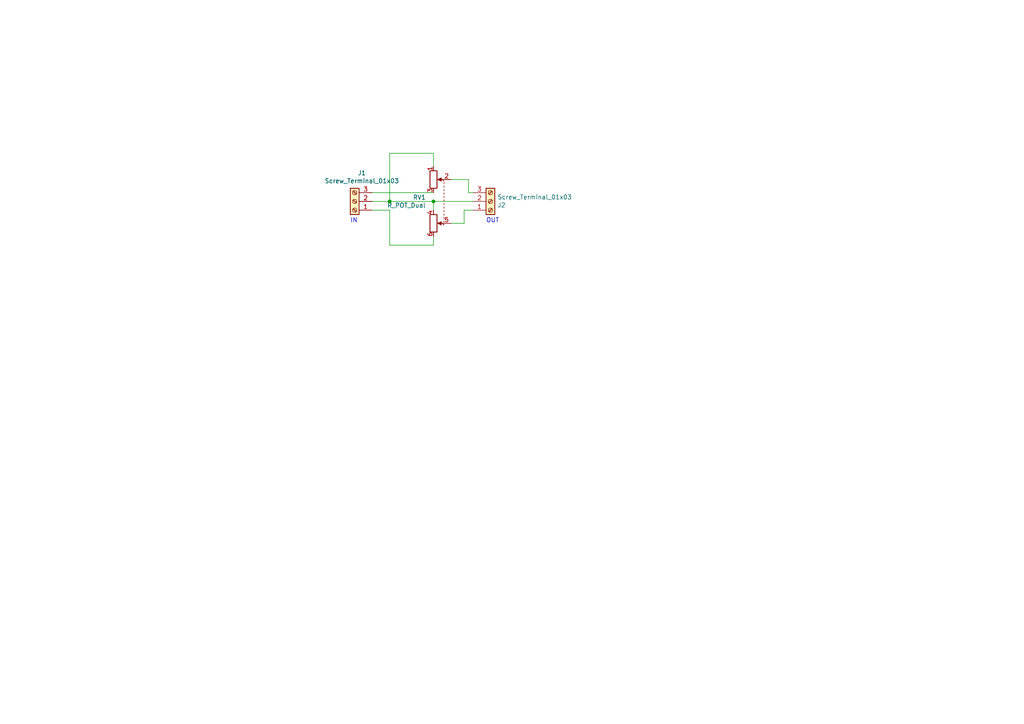
<source format=kicad_sch>
(kicad_sch (version 20211123) (generator eeschema)
  (paper "A4")
  (lib_symbols
    (symbol "Connector:Screw_Terminal_01x03" (pin_names (offset 1.016) hide)
      (property "Reference" "J" (at 0 5.08 0))
      (property "Value" "Screw_Terminal_01x03" (at 0 -5.08 0))
      (symbol "Screw_Terminal_01x03_1_1"
        (rectangle (start -1.27 3.81) (end 1.27 -3.81) (stroke (width 0.254)) (fill (type background)))
        (circle (center 0 -2.54) (radius 0.635) (stroke (width 0.1524)))
        (polyline (pts (xy -0.5334 -2.2098) (xy 0.3302 -3.048)) (stroke (width 0.1524)))
        (polyline (pts (xy -0.5334 0.3302) (xy 0.3302 -0.508)) (stroke (width 0.1524)))
        (polyline (pts (xy -0.5334 2.8702) (xy 0.3302 2.032)) (stroke (width 0.1524)))
        (polyline (pts (xy -0.3556 -2.032) (xy 0.508 -2.8702)) (stroke (width 0.1524)))
        (polyline (pts (xy -0.3556 0.508) (xy 0.508 -0.3302)) (stroke (width 0.1524)))
        (polyline (pts (xy -0.3556 3.048) (xy 0.508 2.2098)) (stroke (width 0.1524)))
        (circle (center 0 0) (radius 0.635) (stroke (width 0.1524)))
        (circle (center 0 2.54) (radius 0.635) (stroke (width 0.1524)))
        (pin passive line (at -5.08 2.54 0) (length 3.81) (name "Pin_1") (number "1"))
        (pin passive line (at -5.08 0 0) (length 3.81) (name "Pin_2") (number "2"))
        (pin passive line (at -5.08 -2.54 0) (length 3.81) (name "Pin_3") (number "3"))
      )
    )
    (symbol "volumePot-rescue:R_POT_Dual-Device" (pin_names (offset 1.016) hide)
      (property "Reference" "RV" (at 0 3.81 0))
      (property "Value" "R_POT_Dual-Device" (at 0 1.905 0))
      (symbol "R_POT_Dual-Device_0_1"
        (rectangle (start -8.89 -1.524) (end -3.81 -3.556) (stroke (width 0.254)))
        (polyline (pts (xy -6.35 0) (xy -6.35 -1.016)))
        (polyline (pts (xy -6.35 0) (xy -6.35 -1.016)))
        (polyline (pts (xy -6.35 0) (xy -5.842 0.508)))
        (polyline (pts (xy -5.588 0.508) (xy -5.08 0.508)))
        (polyline (pts (xy -4.572 0.508) (xy -4.064 0.508)))
        (polyline (pts (xy -3.556 0.508) (xy -3.048 0.508)))
        (polyline (pts (xy -2.54 0.508) (xy -2.032 0.508)))
        (polyline (pts (xy -1.524 0.508) (xy -1.016 0.508)))
        (polyline (pts (xy -0.508 0.508) (xy 0 0.508)))
        (polyline (pts (xy 0.508 0.508) (xy 1.016 0.508)))
        (polyline (pts (xy 1.524 0.508) (xy 2.032 0.508)))
        (polyline (pts (xy 2.54 0.508) (xy 3.048 0.508)))
        (polyline (pts (xy 3.556 0.508) (xy 4.064 0.508)))
        (polyline (pts (xy 4.572 0.508) (xy 5.08 0.508)))
        (polyline (pts (xy 5.588 0.508) (xy 6.096 0.508)))
        (polyline (pts (xy 6.35 0) (xy 6.35 -1.016)))
        (polyline (pts (xy 6.35 0) (xy 6.35 -1.016)))
        (polyline (pts (xy 6.604 0.508) (xy 6.858 0.508) (xy 6.35 0)))
        (polyline (pts (xy -6.35 -1.397) (xy -6.858 -0.254) (xy -5.842 -0.254) (xy -6.35 -1.397)) (fill (type outline)))
        (polyline (pts (xy 6.35 -1.397) (xy 5.842 -0.254) (xy 6.858 -0.254) (xy 6.35 -1.397)) (fill (type outline)))
        (rectangle (start 3.81 -1.524) (end 8.89 -3.556) (stroke (width 0.254)))
      )
      (symbol "R_POT_Dual-Device_1_1"
        (pin passive line (at -10.16 -2.54 0) (length 1.27) (name "1") (number "1"))
        (pin passive line (at -6.35 2.54 270) (length 2.54) (name "2") (number "2"))
        (pin passive line (at -2.54 -2.54 180) (length 1.27) (name "3") (number "3"))
        (pin passive line (at 2.54 -2.54 0) (length 1.27) (name "4") (number "4"))
        (pin passive line (at 6.35 2.54 270) (length 2.54) (name "5") (number "5"))
        (pin passive line (at 10.16 -2.54 180) (length 1.27) (name "6") (number "6"))
      )
    )
  )
  (junction (at 113.03 58.42))
  (junction (at 125.73 58.42))
  (wire (pts (xy 125.73 48.26) (xy 125.73 44.45)))
  (wire (pts (xy 113.03 44.45) (xy 113.03 58.42)))
  (wire (pts (xy 125.73 68.58) (xy 125.73 71.12)))
  (wire (pts (xy 137.16 55.88) (xy 135.89 55.88)))
  (wire (pts (xy 125.73 71.12) (xy 113.03 71.12)))
  (wire (pts (xy 113.03 60.96) (xy 107.95 60.96)))
  (wire (pts (xy 125.73 60.96) (xy 125.73 58.42)))
  (wire (pts (xy 137.16 60.96) (xy 134.62 60.96)))
  (wire (pts (xy 134.62 64.77) (xy 130.81 64.77)))
  (wire (pts (xy 125.73 44.45) (xy 113.03 44.45)))
  (wire (pts (xy 135.89 52.07) (xy 130.81 52.07)))
  (wire (pts (xy 107.95 55.88) (xy 125.73 55.88)))
  (wire (pts (xy 113.03 71.12) (xy 113.03 60.96)))
  (wire (pts (xy 134.62 60.96) (xy 134.62 64.77)))
  (wire (pts (xy 135.89 55.88) (xy 135.89 52.07)))
  (wire (pts (xy 125.73 58.42) (xy 113.03 58.42)))
  (wire (pts (xy 113.03 58.42) (xy 107.95 58.42)))
  (wire (pts (xy 125.73 58.42) (xy 137.16 58.42)))
  (text "IN" (at 101.6 64.77 0) (effects (font (size 1.27 1.27)) (justify left bottom)))
  (text "OUT" (at 140.97 64.77 0) (effects (font (size 1.27 1.27)) (justify left bottom)))
  (symbol (lib_id "volumePot-rescue:R_POT_Dual-Device") (at 128.27 58.42 270) (unit 1)
    (property "Reference" "RV1" (at 123.5202 57.2516 90) (effects (justify right)))
    (property "Value" "R_POT_Dual" (at 123.5202 59.563 90) (effects (justify right)))
    (property "Footprint" "Potentiometer_THT:Potentiometer_Alps_RK163_Dual_Horizontal" (effects hide))
  )
  (symbol (lib_id "Connector:Screw_Terminal_01x03") (at 102.87 58.42 180) (unit 1)
    (property "Reference" "J1" (at 104.9528 50.165 0))
    (property "Value" "Screw_Terminal_01x03" (at 104.9528 52.4764 0))
    (property "Footprint" "TerminalBlock_Phoenix:TerminalBlock_Phoenix_MKDS-1,5-3_1x03_P5.00mm_Horizontal" (effects hide))
  )
  (symbol (lib_id "Connector:Screw_Terminal_01x03") (at 142.24 58.42 0) (mirror x) (unit 1)
    (property "Reference" "J2" (at 144.272 59.4868 0) (effects (justify left)))
    (property "Value" "Screw_Terminal_01x03" (at 144.272 57.1754 0) (effects (justify left)))
    (property "Footprint" "TerminalBlock_Phoenix:TerminalBlock_Phoenix_MKDS-1,5-3_1x03_P5.00mm_Horizontal" (effects hide))
  )
)
</source>
